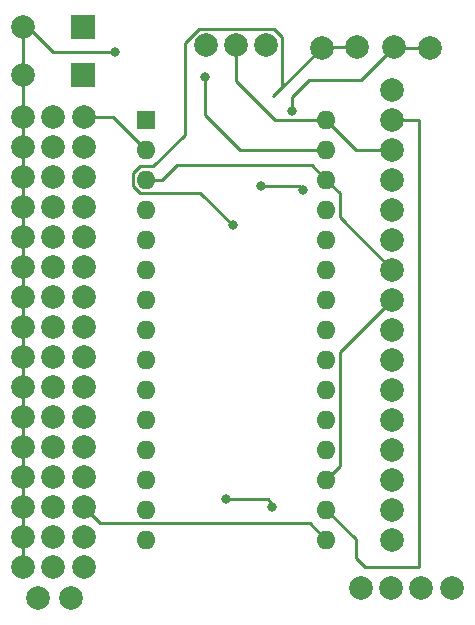
<source format=gbr>
%TF.GenerationSoftware,KiCad,Pcbnew,(5.1.9)-1*%
%TF.CreationDate,2023-02-19T18:33:08+01:00*%
%TF.ProjectId,NANO_Bot,4e414e4f-5f42-46f7-942e-6b696361645f,rev?*%
%TF.SameCoordinates,Original*%
%TF.FileFunction,Copper,L2,Bot*%
%TF.FilePolarity,Positive*%
%FSLAX46Y46*%
G04 Gerber Fmt 4.6, Leading zero omitted, Abs format (unit mm)*
G04 Created by KiCad (PCBNEW (5.1.9)-1) date 2023-02-19 18:33:08*
%MOMM*%
%LPD*%
G01*
G04 APERTURE LIST*
%TA.AperFunction,ComponentPad*%
%ADD10C,2.000000*%
%TD*%
%TA.AperFunction,ComponentPad*%
%ADD11R,2.000000X2.000000*%
%TD*%
%TA.AperFunction,ComponentPad*%
%ADD12R,1.600000X1.600000*%
%TD*%
%TA.AperFunction,ComponentPad*%
%ADD13O,1.600000X1.600000*%
%TD*%
%TA.AperFunction,ViaPad*%
%ADD14C,0.800000*%
%TD*%
%TA.AperFunction,Conductor*%
%ADD15C,0.250000*%
%TD*%
G04 APERTURE END LIST*
D10*
%TO.P,SDA,1*%
%TO.N,Net-(A1-Pad24)*%
X147790000Y-352298000D03*
%TD*%
%TO.P,SDA,1*%
%TO.N,Net-(A1-Pad23)*%
X142670000Y-352298000D03*
%TD*%
%TO.P,MISO,1*%
%TO.N,Net-(A1-Pad15)*%
X115580000Y-353210000D03*
%TD*%
%TO.P,MOSI,1*%
%TO.N,Net-(A1-Pad14)*%
X112800000Y-353180000D03*
%TD*%
%TO.P,SDL,1*%
%TO.N,Net-(A1-Pad24)*%
X145230000Y-352298000D03*
%TD*%
%TO.P,SDA,1*%
%TO.N,Net-(A1-Pad23)*%
X140100000Y-352298000D03*
%TD*%
%TO.P,LP,1*%
%TO.N,Net-(A1-Pad15)*%
X145950000Y-306580000D03*
%TD*%
%TO.P,LP,1*%
%TO.N,Net-(A1-Pad15)*%
X142920000Y-306530000D03*
%TD*%
%TO.P,MISO,1*%
%TO.N,Net-(A1-Pad14)*%
X139790000Y-306530000D03*
%TD*%
%TO.P,MOSI,1*%
%TO.N,Net-(A1-Pad14)*%
X136770000Y-306580000D03*
%TD*%
%TO.P,S1,1*%
%TO.N,Net-(S1-Pad1)*%
X132080000Y-306324000D03*
%TO.P,S1,2*%
%TO.N,Net-(A1-Pad30)*%
X129540000Y-306324000D03*
%TO.P,S1,3*%
%TO.N,Net-(S1-Pad3)*%
X127000000Y-306324000D03*
%TD*%
D11*
%TO.P,GND,2*%
%TO.N,Net-(S1-Pad1)*%
X116586000Y-308864000D03*
D10*
%TO.P,GND,1*%
%TO.N,Net-(A1-Pad29)*%
X111506000Y-308864000D03*
%TD*%
D12*
%TO.P,A1,1*%
%TO.N,Net-(A1-Pad1)*%
X121951001Y-312695001D03*
D13*
%TO.P,A1,17*%
%TO.N,Net-(A1-Pad17)*%
X137191001Y-345715001D03*
%TO.P,A1,2*%
%TO.N,Net-(A1-Pad2)*%
X121951001Y-315235001D03*
%TO.P,A1,18*%
%TO.N,Net-(A1-Pad18)*%
X137191001Y-343175001D03*
%TO.P,A1,3*%
%TO.N,Net-(A1-Pad28)*%
X121951001Y-317775001D03*
%TO.P,A1,19*%
%TO.N,Net-(A1-Pad19)*%
X137191001Y-340635001D03*
%TO.P,A1,4*%
%TO.N,Net-(A1-Pad29)*%
X121951001Y-320315001D03*
%TO.P,A1,20*%
%TO.N,Net-(A1-Pad20)*%
X137191001Y-338095001D03*
%TO.P,A1,5*%
%TO.N,Net-(A1-Pad5)*%
X121951001Y-322855001D03*
%TO.P,A1,21*%
%TO.N,Net-(A1-Pad21)*%
X137191001Y-335555001D03*
%TO.P,A1,6*%
%TO.N,Net-(A1-Pad6)*%
X121951001Y-325395001D03*
%TO.P,A1,22*%
%TO.N,Net-(A1-Pad22)*%
X137191001Y-333015001D03*
%TO.P,A1,7*%
%TO.N,Net-(A1-Pad7)*%
X121951001Y-327935001D03*
%TO.P,A1,23*%
%TO.N,Net-(A1-Pad23)*%
X137191001Y-330475001D03*
%TO.P,A1,8*%
%TO.N,Net-(A1-Pad8)*%
X121951001Y-330475001D03*
%TO.P,A1,24*%
%TO.N,Net-(A1-Pad24)*%
X137191001Y-327935001D03*
%TO.P,A1,9*%
%TO.N,Net-(A1-Pad9)*%
X121951001Y-333015001D03*
%TO.P,A1,25*%
%TO.N,Net-(A1-Pad25)*%
X137191001Y-325395001D03*
%TO.P,A1,10*%
%TO.N,Net-(A1-Pad10)*%
X121951001Y-335555001D03*
%TO.P,A1,26*%
%TO.N,Net-(A1-Pad26)*%
X137191001Y-322855001D03*
%TO.P,A1,11*%
%TO.N,Net-(A1-Pad11)*%
X121951001Y-338095001D03*
%TO.P,A1,27*%
%TO.N,Net-(A1-Pad27)*%
X137191001Y-320315001D03*
%TO.P,A1,12*%
%TO.N,Net-(A1-Pad12)*%
X121951001Y-340635001D03*
%TO.P,A1,28*%
%TO.N,Net-(A1-Pad28)*%
X137191001Y-317775001D03*
%TO.P,A1,13*%
%TO.N,Net-(A1-Pad13)*%
X121951001Y-343175001D03*
%TO.P,A1,29*%
%TO.N,Net-(A1-Pad29)*%
X137191001Y-315235001D03*
%TO.P,A1,14*%
%TO.N,Net-(A1-Pad14)*%
X121951001Y-345715001D03*
%TO.P,A1,30*%
%TO.N,Net-(A1-Pad30)*%
X137191001Y-312695001D03*
%TO.P,A1,15*%
%TO.N,Net-(A1-Pad15)*%
X121951001Y-348255001D03*
%TO.P,A1,16*%
%TO.N,Net-(A1-Pad16)*%
X137191001Y-348255001D03*
%TD*%
D10*
%TO.P,J1,1*%
%TO.N,Net-(A1-Pad29)*%
X111506000Y-350520000D03*
%TO.P,J1,2*%
X111506000Y-347980000D03*
%TO.P,J1,3*%
X111506000Y-345440000D03*
%TO.P,J1,4*%
X111506000Y-342900000D03*
%TO.P,J1,5*%
X111506000Y-340360000D03*
%TO.P,J1,6*%
X111506000Y-337820000D03*
%TO.P,J1,7*%
X111506000Y-335280000D03*
%TO.P,J1,8*%
X111506000Y-332740000D03*
%TO.P,J1,9*%
X111506000Y-330200000D03*
%TO.P,J1,10*%
X111506000Y-327660000D03*
%TO.P,J1,11*%
X111506000Y-325120000D03*
%TO.P,J1,12*%
X111506000Y-322580000D03*
%TO.P,J1,13*%
X111506000Y-320040000D03*
%TO.P,J1,14*%
X111506000Y-317500000D03*
%TO.P,J1,15*%
X111506000Y-314960000D03*
%TO.P,J1,16*%
X111506000Y-312420000D03*
%TD*%
%TO.P,J2,16*%
%TO.N,Net-(A1-Pad27)*%
X114046000Y-350520000D03*
%TO.P,J2,15*%
X114046000Y-347980000D03*
%TO.P,J2,14*%
X114046000Y-345440000D03*
%TO.P,J2,13*%
X114046000Y-342900000D03*
%TO.P,J2,12*%
X114046000Y-340360000D03*
%TO.P,J2,11*%
X114046000Y-337820000D03*
%TO.P,J2,10*%
X114046000Y-335280000D03*
%TO.P,J2,9*%
X114046000Y-332740000D03*
%TO.P,J2,8*%
X114046000Y-330200000D03*
%TO.P,J2,7*%
X114046000Y-327660000D03*
%TO.P,J2,6*%
X114046000Y-325120000D03*
%TO.P,J2,5*%
X114046000Y-322580000D03*
%TO.P,J2,4*%
X114046000Y-320040000D03*
%TO.P,J2,3*%
X114046000Y-317500000D03*
%TO.P,J2,2*%
X114046000Y-314960000D03*
%TO.P,J2,1*%
X114046000Y-312420000D03*
%TD*%
%TO.P,J3,16*%
%TO.N,Net-(A1-Pad27)*%
X116650000Y-350530000D03*
%TO.P,J3,15*%
X116650000Y-347990000D03*
%TO.P,J3,14*%
%TO.N,Net-(A1-Pad16)*%
X116650000Y-345450000D03*
%TO.P,J3,13*%
%TO.N,Net-(A1-Pad15)*%
X116650000Y-342910000D03*
%TO.P,J3,12*%
%TO.N,Net-(A1-Pad14)*%
X116650000Y-340370000D03*
%TO.P,J3,11*%
%TO.N,Net-(A1-Pad13)*%
X116650000Y-337830000D03*
%TO.P,J3,10*%
%TO.N,Net-(A1-Pad12)*%
X116650000Y-335290000D03*
%TO.P,J3,9*%
%TO.N,Net-(A1-Pad11)*%
X116650000Y-332750000D03*
%TO.P,J3,8*%
%TO.N,Net-(A1-Pad10)*%
X116650000Y-330210000D03*
%TO.P,J3,7*%
%TO.N,Net-(A1-Pad9)*%
X116650000Y-327670000D03*
%TO.P,J3,6*%
%TO.N,Net-(A1-Pad8)*%
X116650000Y-325130000D03*
%TO.P,J3,5*%
%TO.N,Net-(A1-Pad7)*%
X116650000Y-322590000D03*
%TO.P,J3,4*%
%TO.N,Net-(A1-Pad6)*%
X116650000Y-320050000D03*
%TO.P,J3,3*%
%TO.N,Net-(A1-Pad5)*%
X116650000Y-317510000D03*
%TO.P,J3,2*%
%TO.N,Net-(A1-Pad1)*%
X116650000Y-314970000D03*
%TO.P,J3,1*%
%TO.N,Net-(A1-Pad2)*%
X116650000Y-312430000D03*
%TD*%
%TO.P,J4,1*%
%TO.N,Net-(A1-Pad19)*%
X142748000Y-348234000D03*
%TO.P,J4,2*%
%TO.N,Net-(A1-Pad20)*%
X142748000Y-345694000D03*
%TO.P,J4,3*%
%TO.N,Net-(A1-Pad21)*%
X142748000Y-343154000D03*
%TO.P,J4,4*%
%TO.N,Net-(A1-Pad22)*%
X142748000Y-340614000D03*
%TO.P,J4,5*%
%TO.N,Net-(A1-Pad23)*%
X142748000Y-338074000D03*
%TO.P,J4,6*%
%TO.N,Net-(A1-Pad24)*%
X142748000Y-335534000D03*
%TO.P,J4,7*%
%TO.N,Net-(A1-Pad25)*%
X142748000Y-332994000D03*
%TO.P,J4,8*%
%TO.N,Net-(A1-Pad26)*%
X142748000Y-330454000D03*
%TO.P,J4,9*%
%TO.N,Net-(A1-Pad18)*%
X142748000Y-327914000D03*
%TO.P,J4,10*%
%TO.N,Net-(A1-Pad28)*%
X142748000Y-325374000D03*
%TO.P,J4,11*%
%TO.N,Net-(J4-Pad11)*%
X142748000Y-322834000D03*
%TO.P,J4,12*%
%TO.N,Net-(J4-Pad12)*%
X142748000Y-320294000D03*
%TO.P,J4,13*%
%TO.N,Net-(J4-Pad13)*%
X142748000Y-317754000D03*
%TO.P,J4,14*%
%TO.N,Net-(A1-Pad30)*%
X142748000Y-315214000D03*
%TO.P,J4,15*%
%TO.N,Net-(A1-Pad17)*%
X142748000Y-312674000D03*
%TO.P,J4,16*%
%TO.N,Net-(A1-Pad27)*%
X142748000Y-310134000D03*
%TD*%
%TO.P,GND,1*%
%TO.N,Net-(A1-Pad29)*%
X111506000Y-304800000D03*
D11*
%TO.P,GND,2*%
%TO.N,Net-(S1-Pad1)*%
X116586000Y-304800000D03*
%TD*%
D14*
%TO.N,Net-(A1-Pad29)*%
X126920000Y-309110000D03*
X119320000Y-306920000D03*
%TO.N,Net-(A1-Pad14)*%
X129240000Y-321640000D03*
X128680000Y-344830000D03*
X132580000Y-345520000D03*
%TO.N,Net-(A1-Pad15)*%
X134280000Y-311910000D03*
X131630000Y-318340000D03*
X135160000Y-318640000D03*
%TD*%
D15*
%TO.N,Net-(A1-Pad17)*%
X142748000Y-312674000D02*
X145034000Y-312674000D01*
X145034000Y-312674000D02*
X145034000Y-350520000D01*
X145034000Y-350520000D02*
X140462000Y-350520000D01*
X140462000Y-350520000D02*
X139700000Y-349758000D01*
X139700000Y-348224000D02*
X137191001Y-345715001D01*
X139700000Y-349758000D02*
X139700000Y-348224000D01*
%TO.N,Net-(A1-Pad2)*%
X119146000Y-312430000D02*
X121951001Y-315235001D01*
X116650000Y-312430000D02*
X119146000Y-312430000D01*
%TO.N,Net-(A1-Pad18)*%
X138316002Y-332345998D02*
X142748000Y-327914000D01*
X138316002Y-342050000D02*
X138316002Y-332345998D01*
X137191001Y-343175001D02*
X138316002Y-342050000D01*
%TO.N,Net-(A1-Pad28)*%
X138316002Y-318900002D02*
X137191001Y-317775001D01*
X138316002Y-320942002D02*
X138316002Y-318900002D01*
X142748000Y-325374000D02*
X138316002Y-320942002D01*
X121951001Y-317775001D02*
X123254999Y-317775001D01*
X123254999Y-317775001D02*
X124510000Y-316520000D01*
X135936000Y-316520000D02*
X137191001Y-317775001D01*
X124510000Y-316520000D02*
X135936000Y-316520000D01*
%TO.N,Net-(A1-Pad29)*%
X137191001Y-315235001D02*
X129855001Y-315235001D01*
X126920000Y-312300000D02*
X126920000Y-309110000D01*
X129855001Y-315235001D02*
X126920000Y-312300000D01*
X119320000Y-306920000D02*
X114070000Y-306920000D01*
X111950000Y-304800000D02*
X111506000Y-304800000D01*
X114070000Y-306920000D02*
X111950000Y-304800000D01*
X111506000Y-304800000D02*
X111506000Y-308864000D01*
X111506000Y-308864000D02*
X111506000Y-312420000D01*
X111506000Y-312420000D02*
X111506000Y-314960000D01*
X111506000Y-314960000D02*
X111506000Y-317500000D01*
X111506000Y-317500000D02*
X111506000Y-320040000D01*
X111506000Y-320040000D02*
X111506000Y-322580000D01*
X111506000Y-322580000D02*
X111506000Y-325120000D01*
X111506000Y-325120000D02*
X111506000Y-327660000D01*
X111506000Y-327660000D02*
X111506000Y-330200000D01*
X111506000Y-330200000D02*
X111506000Y-332740000D01*
X111506000Y-332740000D02*
X111506000Y-335280000D01*
X111506000Y-335280000D02*
X111506000Y-337820000D01*
X111506000Y-337820000D02*
X111506000Y-340360000D01*
X111506000Y-340360000D02*
X111506000Y-342900000D01*
X111506000Y-342900000D02*
X111506000Y-345440000D01*
X111506000Y-345440000D02*
X111506000Y-347980000D01*
X111506000Y-347980000D02*
X111506000Y-350520000D01*
%TO.N,Net-(A1-Pad14)*%
X136820000Y-306530000D02*
X136770000Y-306580000D01*
X139790000Y-306530000D02*
X136820000Y-306530000D01*
X122491002Y-316650000D02*
X125171002Y-313970000D01*
X121411000Y-316650000D02*
X122491002Y-316650000D01*
X120826000Y-317235000D02*
X121411000Y-316650000D01*
X120826000Y-318315002D02*
X120826000Y-317235000D01*
X121411000Y-318900002D02*
X120826000Y-318315002D01*
X126500002Y-318900002D02*
X121411000Y-318900002D01*
X129240000Y-321640000D02*
X126500002Y-318900002D01*
X133405001Y-305687999D02*
X133405001Y-309944999D01*
X132716001Y-304998999D02*
X133405001Y-305687999D01*
X126363999Y-304998999D02*
X132716001Y-304998999D01*
X125171002Y-306191996D02*
X126363999Y-304998999D01*
X125171002Y-313970000D02*
X125171002Y-306191996D01*
X133405001Y-309944999D02*
X133360000Y-309990000D01*
X133360000Y-309990000D02*
X132640000Y-310710000D01*
X136770000Y-306580000D02*
X133360000Y-309990000D01*
X128680000Y-344830000D02*
X132210000Y-344830000D01*
X132580000Y-345200000D02*
X132580000Y-345520000D01*
X132210000Y-344830000D02*
X132580000Y-345200000D01*
%TO.N,Net-(A1-Pad30)*%
X139710000Y-315214000D02*
X137191001Y-312695001D01*
X142748000Y-315214000D02*
X139710000Y-315214000D01*
X137191001Y-312695001D02*
X132863001Y-312695001D01*
X129540000Y-309372000D02*
X129540000Y-306324000D01*
X132863001Y-312695001D02*
X129540000Y-309372000D01*
%TO.N,Net-(A1-Pad15)*%
X142970000Y-306580000D02*
X142920000Y-306530000D01*
X145950000Y-306580000D02*
X142970000Y-306580000D01*
X142920000Y-306530000D02*
X140150000Y-309300000D01*
X140150000Y-309300000D02*
X135740000Y-309300000D01*
X134280000Y-310760000D02*
X134280000Y-311910000D01*
X135740000Y-309300000D02*
X134280000Y-310760000D01*
X134860000Y-318340000D02*
X135160000Y-318640000D01*
X131630000Y-318340000D02*
X134860000Y-318340000D01*
%TO.N,Net-(A1-Pad16)*%
X118040002Y-346840002D02*
X116650000Y-345450000D01*
X135776002Y-346840002D02*
X118040002Y-346840002D01*
X137191001Y-348255001D02*
X135776002Y-346840002D01*
%TD*%
M02*

</source>
